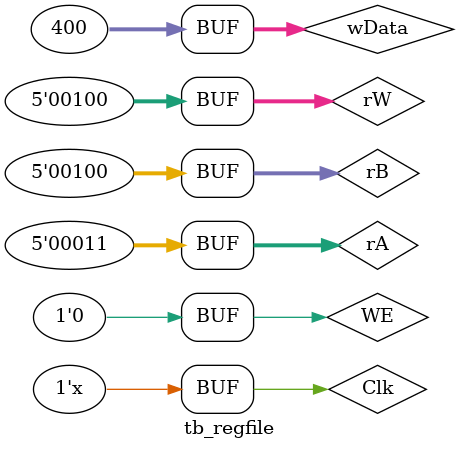
<source format=v>
`timescale 1ns / 1ps

module tb_regfile;
    reg Clk;
    reg [4:0]rA;
    reg [4:0]rB;
    reg [4:0]rW;
    reg WE;
    reg [31:0]wData;
    wire[31:0]A;
    wire[31:0]B;
    Reg_File T4(Clk,rA,rB,rW,WE,wData,A,B);
    always #5 Clk = ~Clk; 
    initial begin
    //³õÊ¼»¯
        Clk <= 0;
        rA <= 0;
        rB <= 0;
        rW <= 0;
        WE <= 0;
        wData <= 0; 
       #50 WE <= 1;
           rA <= 1;
           rB <= 2;
           rW <=  3;
           wData <= 300;       
        #50 WE <= 0;
            rA <= 3;
            rB <= 4;
       #50 WE <= 1;     
        rA <= 1;
                 rB <= 2;
                 rW <=  4;
                 wData <= 400;       
              #50 WE <= 0;
                  rA <= 3;
                  rB <= 4;   
    end
endmodule


</source>
